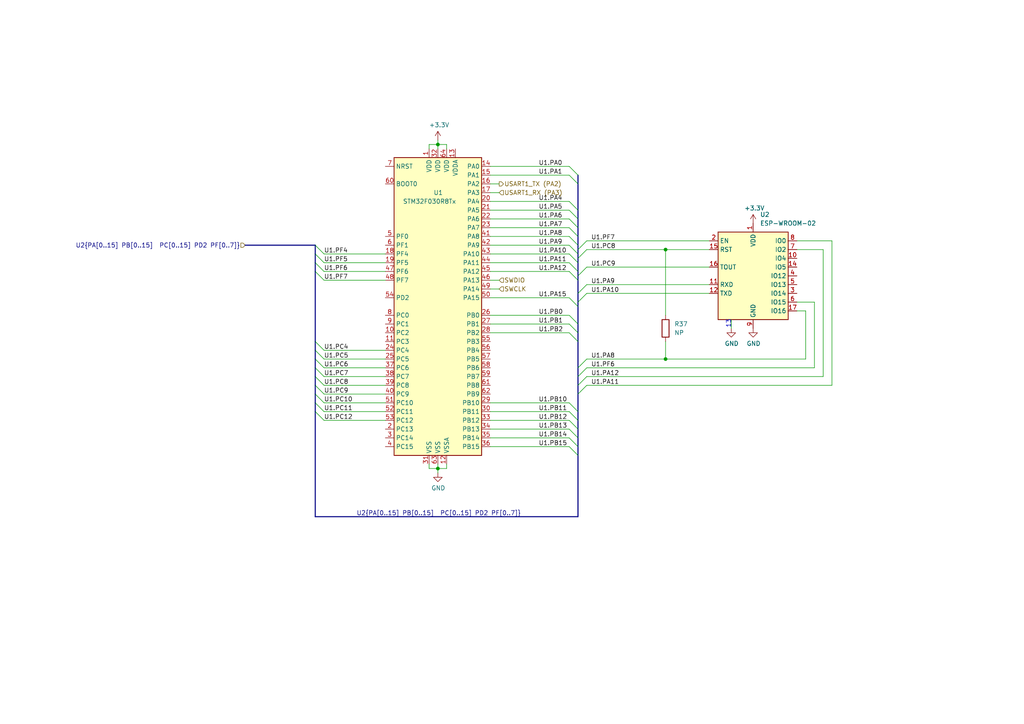
<source format=kicad_sch>
(kicad_sch (version 20211123) (generator eeschema)
  (paper "A4")
  (title_block (title "YardForce SA/SC 10Buttons 12LEDs CoverUI") (date "2023-10-20") (rev "0.1") (comment 1 "(c) Apehaenger") (comment 2 "For https://openmower.de") (comment 3 "RM-ECOW-V1.0.0 2018.06.05 with STM32F030R8T6"))
  (lib_symbols
    (symbol "Device:R" (pin_numbers hide) (pin_names (offset 0))
      (property "Reference" "R" (at 2.032 0 90))
      (property "Value" "R" (at 0 0 90))
      (symbol "R_0_1"
        (rectangle (start -1.016 -2.54) (end 1.016 2.54) (stroke (width 0.254)))
      )
      (symbol "R_1_1"
        (pin passive line (at 0 3.81 270) (length 1.27) (name "~") (number "1"))
        (pin passive line (at 0 -3.81 90) (length 1.27) (name "~") (number "2"))
      )
    )
    (symbol "MCU_ST_STM32F0:STM32F030R8Tx"
      (property "Reference" "U" (at -12.7 44.45 0))
      (property "Value" "STM32F030R8Tx" (at 7.62 44.45 0))
      (symbol "STM32F030R8Tx_0_1"
        (rectangle (start -12.7 -43.18) (end 12.7 43.18) (stroke (width 0.254)) (fill (type background)))
      )
      (symbol "STM32F030R8Tx_1_1"
        (pin power_in line (at -2.54 45.72 270) (length 2.54) (name "VDD") (number "1"))
        (pin bidirectional line (at -15.24 -7.62 0) (length 2.54) (name "PC2") (number "10"))
        (pin bidirectional line (at -15.24 -10.16 0) (length 2.54) (name "PC3") (number "11"))
        (pin power_in line (at 2.54 -45.72 90) (length 2.54) (name "VSSA") (number "12"))
        (pin power_in line (at 5.08 45.72 270) (length 2.54) (name "VDDA") (number "13"))
        (pin bidirectional line (at 15.24 40.64 180) (length 2.54) (name "PA0") (number "14"))
        (pin bidirectional line (at 15.24 38.1 180) (length 2.54) (name "PA1") (number "15"))
        (pin bidirectional line (at 15.24 35.56 180) (length 2.54) (name "PA2") (number "16"))
        (pin bidirectional line (at 15.24 33.02 180) (length 2.54) (name "PA3") (number "17"))
        (pin bidirectional line (at -15.24 15.24 0) (length 2.54) (name "PF4") (number "18"))
        (pin bidirectional line (at -15.24 12.7 0) (length 2.54) (name "PF5") (number "19"))
        (pin bidirectional line (at -15.24 -35.56 0) (length 2.54) (name "PC13") (number "2"))
        (pin bidirectional line (at 15.24 30.48 180) (length 2.54) (name "PA4") (number "20"))
        (pin bidirectional line (at 15.24 27.94 180) (length 2.54) (name "PA5") (number "21"))
        (pin bidirectional line (at 15.24 25.4 180) (length 2.54) (name "PA6") (number "22"))
        (pin bidirectional line (at 15.24 22.86 180) (length 2.54) (name "PA7") (number "23"))
        (pin bidirectional line (at -15.24 -12.7 0) (length 2.54) (name "PC4") (number "24"))
        (pin bidirectional line (at -15.24 -15.24 0) (length 2.54) (name "PC5") (number "25"))
        (pin bidirectional line (at 15.24 -2.54 180) (length 2.54) (name "PB0") (number "26"))
        (pin bidirectional line (at 15.24 -5.08 180) (length 2.54) (name "PB1") (number "27"))
        (pin bidirectional line (at 15.24 -7.62 180) (length 2.54) (name "PB2") (number "28"))
        (pin bidirectional line (at 15.24 -27.94 180) (length 2.54) (name "PB10") (number "29"))
        (pin bidirectional line (at -15.24 -38.1 0) (length 2.54) (name "PC14") (number "3"))
        (pin bidirectional line (at 15.24 -30.48 180) (length 2.54) (name "PB11") (number "30"))
        (pin power_in line (at -2.54 -45.72 90) (length 2.54) (name "VSS") (number "31"))
        (pin power_in line (at 0 45.72 270) (length 2.54) (name "VDD") (number "32"))
        (pin bidirectional line (at 15.24 -33.02 180) (length 2.54) (name "PB12") (number "33"))
        (pin bidirectional line (at 15.24 -35.56 180) (length 2.54) (name "PB13") (number "34"))
        (pin bidirectional line (at 15.24 -38.1 180) (length 2.54) (name "PB14") (number "35"))
        (pin bidirectional line (at 15.24 -40.64 180) (length 2.54) (name "PB15") (number "36"))
        (pin bidirectional line (at -15.24 -17.78 0) (length 2.54) (name "PC6") (number "37"))
        (pin bidirectional line (at -15.24 -20.32 0) (length 2.54) (name "PC7") (number "38"))
        (pin bidirectional line (at -15.24 -22.86 0) (length 2.54) (name "PC8") (number "39"))
        (pin bidirectional line (at -15.24 -40.64 0) (length 2.54) (name "PC15") (number "4"))
        (pin bidirectional line (at -15.24 -25.4 0) (length 2.54) (name "PC9") (number "40"))
        (pin bidirectional line (at 15.24 20.32 180) (length 2.54) (name "PA8") (number "41"))
        (pin bidirectional line (at 15.24 17.78 180) (length 2.54) (name "PA9") (number "42"))
        (pin bidirectional line (at 15.24 15.24 180) (length 2.54) (name "PA10") (number "43"))
        (pin bidirectional line (at 15.24 12.7 180) (length 2.54) (name "PA11") (number "44"))
        (pin bidirectional line (at 15.24 10.16 180) (length 2.54) (name "PA12") (number "45"))
        (pin bidirectional line (at 15.24 7.62 180) (length 2.54) (name "PA13") (number "46"))
        (pin bidirectional line (at -15.24 10.16 0) (length 2.54) (name "PF6") (number "47"))
        (pin bidirectional line (at -15.24 7.62 0) (length 2.54) (name "PF7") (number "48"))
        (pin bidirectional line (at 15.24 5.08 180) (length 2.54) (name "PA14") (number "49"))
        (pin input line (at -15.24 20.32 0) (length 2.54) (name "PF0") (number "5"))
        (pin bidirectional line (at 15.24 2.54 180) (length 2.54) (name "PA15") (number "50"))
        (pin bidirectional line (at -15.24 -27.94 0) (length 2.54) (name "PC10") (number "51"))
        (pin bidirectional line (at -15.24 -30.48 0) (length 2.54) (name "PC11") (number "52"))
        (pin bidirectional line (at -15.24 -33.02 0) (length 2.54) (name "PC12") (number "53"))
        (pin bidirectional line (at -15.24 2.54 0) (length 2.54) (name "PD2") (number "54"))
        (pin bidirectional line (at 15.24 -10.16 180) (length 2.54) (name "PB3") (number "55"))
        (pin bidirectional line (at 15.24 -12.7 180) (length 2.54) (name "PB4") (number "56"))
        (pin bidirectional line (at 15.24 -15.24 180) (length 2.54) (name "PB5") (number "57"))
        (pin bidirectional line (at 15.24 -17.78 180) (length 2.54) (name "PB6") (number "58"))
        (pin bidirectional line (at 15.24 -20.32 180) (length 2.54) (name "PB7") (number "59"))
        (pin input line (at -15.24 17.78 0) (length 2.54) (name "PF1") (number "6"))
        (pin input line (at -15.24 35.56 0) (length 2.54) (name "BOOT0") (number "60"))
        (pin bidirectional line (at 15.24 -22.86 180) (length 2.54) (name "PB8") (number "61"))
        (pin bidirectional line (at 15.24 -25.4 180) (length 2.54) (name "PB9") (number "62"))
        (pin power_in line (at 0 -45.72 90) (length 2.54) (name "VSS") (number "63"))
        (pin power_in line (at 2.54 45.72 270) (length 2.54) (name "VDD") (number "64"))
        (pin input line (at -15.24 40.64 0) (length 2.54) (name "NRST") (number "7"))
        (pin bidirectional line (at -15.24 -2.54 0) (length 2.54) (name "PC0") (number "8"))
        (pin bidirectional line (at -15.24 -5.08 0) (length 2.54) (name "PC1") (number "9"))
      )
    )
    (symbol "RF_Module:ESP-WROOM-02"
      (property "Reference" "U" (at -7.62 13.97 0))
      (property "Value" "ESP-WROOM-02" (at 10.16 13.97 0))
      (symbol "ESP-WROOM-02_0_1"
        (rectangle (start 10.16 12.7) (end -10.16 -12.7) (stroke (width 0.254)) (fill (type background)))
      )
      (symbol "ESP-WROOM-02_1_1"
        (pin power_in line (at 0 15.24 270) (length 2.54) (name "VDD") (number "1"))
        (pin bidirectional line (at 12.7 5.08 180) (length 2.54) (name "IO4") (number "10"))
        (pin bidirectional line (at -12.7 -2.54 0) (length 2.54) (name "RXD") (number "11"))
        (pin bidirectional line (at -12.7 -5.08 0) (length 2.54) (name "TXD") (number "12"))
        (pin passive line (at 0 -15.24 90) (length 2.54) hide (name "GND") (number "13"))
        (pin bidirectional line (at 12.7 2.54 180) (length 2.54) (name "IO5") (number "14"))
        (pin input line (at -12.7 7.62 0) (length 2.54) (name "RST") (number "15"))
        (pin input line (at -12.7 2.54 0) (length 2.54) (name "TOUT") (number "16"))
        (pin bidirectional line (at 12.7 -10.16 180) (length 2.54) (name "IO16") (number "17"))
        (pin passive line (at 0 -15.24 90) (length 2.54) hide (name "GND") (number "18"))
        (pin passive line (at 0 -15.24 90) (length 2.54) hide (name "GND") (number "19"))
        (pin input line (at -12.7 10.16 0) (length 2.54) (name "EN") (number "2"))
        (pin bidirectional line (at 12.7 -5.08 180) (length 2.54) (name "IO14") (number "3"))
        (pin bidirectional line (at 12.7 0 180) (length 2.54) (name "IO12") (number "4"))
        (pin bidirectional line (at 12.7 -2.54 180) (length 2.54) (name "IO13") (number "5"))
        (pin bidirectional line (at 12.7 -7.62 180) (length 2.54) (name "IO15") (number "6"))
        (pin bidirectional line (at 12.7 7.62 180) (length 2.54) (name "IO2") (number "7"))
        (pin bidirectional line (at 12.7 10.16 180) (length 2.54) (name "IO0") (number "8"))
        (pin power_in line (at 0 -15.24 90) (length 2.54) (name "GND") (number "9"))
      )
    )
    (symbol "power:+3.3V" (power) (pin_names (offset 0))
      (property "Value" "+3.3V" (at 0 3.556 0))
      (symbol "+3.3V_0_1"
        (polyline (pts (xy -0.762 1.27) (xy 0 2.54)))
        (polyline (pts (xy 0 0) (xy 0 2.54)))
        (polyline (pts (xy 0 2.54) (xy 0.762 1.27)))
      )
      (symbol "+3.3V_1_1"
        (pin power_in line (at 0 0 90) (length 0) hide (name "+3.3V") (number "1"))
      )
    )
    (symbol "power:GND" (power) (pin_names (offset 0))
      (property "Value" "GND" (at 0 -3.81 0))
      (symbol "GND_0_1"
        (polyline (pts (xy 0 0) (xy 0 -1.27) (xy 1.27 -1.27) (xy 0 -2.54) (xy -1.27 -1.27) (xy 0 -1.27)))
      )
      (symbol "GND_1_1"
        (pin power_in line (at 0 0 270) (length 0) hide (name "GND") (number "1"))
      )
    )
  )
  (junction (at 127 135.89))
  (junction (at 193.04 104.14))
  (junction (at 127 41.91))
  (junction (at 193.04 72.39))
  (bus_entry (at 167.64 119.38) (size -2.54 -2.54))
  (bus_entry (at 167.64 74.93) (size 2.54 -2.54))
  (bus_entry (at 167.64 99.06) (size -2.54 -2.54))
  (bus_entry (at 91.44 109.22) (size 2.54 2.54))
  (bus_entry (at 167.64 63.5) (size -2.54 -2.54))
  (bus_entry (at 91.44 73.66) (size 2.54 2.54))
  (bus_entry (at 91.44 114.3) (size 2.54 2.54))
  (bus_entry (at 91.44 76.2) (size 2.54 2.54))
  (bus_entry (at 167.64 132.08) (size -2.54 -2.54))
  (bus_entry (at 167.64 53.34) (size -2.54 -2.54))
  (bus_entry (at 167.64 121.92) (size -2.54 -2.54))
  (bus_entry (at 91.44 119.38) (size 2.54 2.54))
  (bus_entry (at 91.44 111.76) (size 2.54 2.54))
  (bus_entry (at 167.64 111.76) (size 2.54 -2.54))
  (bus_entry (at 167.64 68.58) (size -2.54 -2.54))
  (bus_entry (at 167.64 87.63) (size 2.54 -2.54))
  (bus_entry (at 167.64 60.96) (size -2.54 -2.54))
  (bus_entry (at 167.64 114.3) (size 2.54 -2.54))
  (bus_entry (at 167.64 124.46) (size -2.54 -2.54))
  (bus_entry (at 167.64 50.8) (size -2.54 -2.54))
  (bus_entry (at 167.64 66.04) (size -2.54 -2.54))
  (bus_entry (at 167.64 72.39) (size 2.54 -2.54))
  (bus_entry (at 167.64 71.12) (size -2.54 -2.54))
  (bus_entry (at 91.44 101.6) (size 2.54 2.54))
  (bus_entry (at 167.64 109.22) (size 2.54 -2.54))
  (bus_entry (at 167.64 73.66) (size -2.54 -2.54))
  (bus_entry (at 91.44 71.12) (size 2.54 2.54))
  (bus_entry (at 91.44 104.14) (size 2.54 2.54))
  (bus_entry (at 165.1 78.74) (size 2.54 2.54))
  (bus_entry (at 165.1 86.36) (size 2.54 2.54))
  (bus_entry (at 167.64 85.09) (size 2.54 -2.54))
  (bus_entry (at 167.64 127) (size -2.54 -2.54))
  (bus_entry (at 91.44 106.68) (size 2.54 2.54))
  (bus_entry (at 167.64 93.98) (size -2.54 -2.54))
  (bus_entry (at 91.44 116.84) (size 2.54 2.54))
  (bus_entry (at 167.64 96.52) (size -2.54 -2.54))
  (bus_entry (at 91.44 99.06) (size 2.54 2.54))
  (bus_entry (at 167.64 78.74) (size -2.54 -2.54))
  (bus_entry (at 167.64 76.2) (size -2.54 -2.54))
  (bus_entry (at 167.64 129.54) (size -2.54 -2.54))
  (bus_entry (at 167.64 106.68) (size 2.54 -2.54))
  (bus_entry (at 91.44 78.74) (size 2.54 2.54))
  (bus_entry (at 167.64 80.01) (size 2.54 -2.54))
  (wire (pts (xy 142.24 81.28) (xy 144.78 81.28)))
  (bus (pts (xy 167.64 93.98) (xy 167.64 96.52)))
  (wire (pts (xy 93.98 111.76) (xy 111.76 111.76)))
  (wire (pts (xy 93.98 78.74) (xy 111.76 78.74)))
  (wire (pts (xy 142.24 121.92) (xy 165.1 121.92)))
  (wire (pts (xy 93.98 109.22) (xy 111.76 109.22)))
  (bus (pts (xy 167.64 74.93) (xy 167.64 76.2)))
  (bus (pts (xy 167.64 121.92) (xy 167.64 124.46)))
  (bus (pts (xy 167.64 50.8) (xy 167.64 53.34)))
  (wire (pts (xy 129.54 41.91) (xy 127 41.91)))
  (bus (pts (xy 167.64 124.46) (xy 167.64 127)))
  (bus (pts (xy 91.44 119.38) (xy 91.44 149.86)))
  (wire (pts (xy 142.24 60.96) (xy 165.1 60.96)))
  (bus (pts (xy 91.44 116.84) (xy 91.44 119.38)))
  (wire (pts (xy 129.54 134.62) (xy 129.54 135.89)))
  (wire (pts (xy 142.24 50.8) (xy 165.1 50.8)))
  (wire (pts (xy 142.24 78.74) (xy 165.1 78.74)))
  (bus (pts (xy 167.64 80.01) (xy 167.64 81.28)))
  (wire (pts (xy 170.18 77.47) (xy 205.74 77.47)))
  (wire (pts (xy 142.24 93.98) (xy 165.1 93.98)))
  (wire (pts (xy 93.98 104.14) (xy 111.76 104.14)))
  (bus (pts (xy 167.64 149.86) (xy 91.44 149.86)))
  (bus (pts (xy 167.64 76.2) (xy 167.64 78.74)))
  (bus (pts (xy 167.64 88.9) (xy 167.64 93.98)))
  (bus (pts (xy 71.12 71.12) (xy 91.44 71.12)))
  (bus (pts (xy 167.64 66.04) (xy 167.64 68.58)))
  (bus (pts (xy 91.44 104.14) (xy 91.44 106.68)))
  (wire (pts (xy 124.46 41.91) (xy 127 41.91)))
  (wire (pts (xy 142.24 66.04) (xy 165.1 66.04)))
  (wire (pts (xy 241.3 69.85) (xy 241.3 111.76)))
  (wire (pts (xy 170.18 109.22) (xy 238.76 109.22)))
  (bus (pts (xy 167.64 109.22) (xy 167.64 111.76)))
  (wire (pts (xy 93.98 121.92) (xy 111.76 121.92)))
  (wire (pts (xy 170.18 106.68) (xy 236.22 106.68)))
  (bus (pts (xy 91.44 114.3) (xy 91.44 116.84)))
  (wire (pts (xy 142.24 119.38) (xy 165.1 119.38)))
  (wire (pts (xy 142.24 76.2) (xy 165.1 76.2)))
  (wire (pts (xy 170.18 85.09) (xy 205.74 85.09)))
  (wire (pts (xy 93.98 101.6) (xy 111.76 101.6)))
  (wire (pts (xy 233.68 90.17) (xy 233.68 104.14)))
  (wire (pts (xy 231.14 87.63) (xy 236.22 87.63)))
  (wire (pts (xy 127 135.89) (xy 127 137.16)))
  (bus (pts (xy 167.64 129.54) (xy 167.64 132.08)))
  (bus (pts (xy 167.64 60.96) (xy 167.64 63.5)))
  (bus (pts (xy 167.64 114.3) (xy 167.64 119.38)))
  (wire (pts (xy 142.24 63.5) (xy 165.1 63.5)))
  (wire (pts (xy 129.54 43.18) (xy 129.54 41.91)))
  (wire (pts (xy 193.04 99.06) (xy 193.04 104.14)))
  (wire (pts (xy 127 41.91) (xy 127 40.64)))
  (wire (pts (xy 142.24 83.82) (xy 144.78 83.82)))
  (wire (pts (xy 170.18 69.85) (xy 205.74 69.85)))
  (wire (pts (xy 124.46 135.89) (xy 127 135.89)))
  (bus (pts (xy 167.64 73.66) (xy 167.64 74.93)))
  (wire (pts (xy 236.22 87.63) (xy 236.22 106.68)))
  (wire (pts (xy 142.24 53.34) (xy 144.78 53.34)))
  (wire (pts (xy 93.98 116.84) (xy 111.76 116.84)))
  (bus (pts (xy 91.44 111.76) (xy 91.44 114.3)))
  (bus (pts (xy 167.64 68.58) (xy 167.64 71.12)))
  (bus (pts (xy 167.64 111.76) (xy 167.64 114.3)))
  (wire (pts (xy 193.04 72.39) (xy 205.74 72.39)))
  (wire (pts (xy 93.98 114.3) (xy 111.76 114.3)))
  (bus (pts (xy 167.64 63.5) (xy 167.64 66.04)))
  (bus (pts (xy 91.44 99.06) (xy 91.44 101.6)))
  (bus (pts (xy 91.44 109.22) (xy 91.44 111.76)))
  (bus (pts (xy 91.44 73.66) (xy 91.44 76.2)))
  (wire (pts (xy 142.24 127) (xy 165.1 127)))
  (wire (pts (xy 142.24 116.84) (xy 165.1 116.84)))
  (bus (pts (xy 91.44 101.6) (xy 91.44 104.14)))
  (bus (pts (xy 167.64 96.52) (xy 167.64 99.06)))
  (wire (pts (xy 129.54 135.89) (xy 127 135.89)))
  (bus (pts (xy 167.64 78.74) (xy 167.64 80.01)))
  (wire (pts (xy 93.98 106.68) (xy 111.76 106.68)))
  (wire (pts (xy 142.24 58.42) (xy 165.1 58.42)))
  (wire (pts (xy 170.18 111.76) (xy 241.3 111.76)))
  (bus (pts (xy 167.64 132.08) (xy 167.64 149.86)))
  (wire (pts (xy 231.14 72.39) (xy 238.76 72.39)))
  (wire (pts (xy 170.18 104.14) (xy 193.04 104.14)))
  (wire (pts (xy 142.24 48.26) (xy 165.1 48.26)))
  (wire (pts (xy 212.09 92.71) (xy 212.09 95.25)))
  (wire (pts (xy 170.18 82.55) (xy 205.74 82.55)))
  (wire (pts (xy 142.24 86.36) (xy 165.1 86.36)))
  (wire (pts (xy 142.24 73.66) (xy 165.1 73.66)))
  (wire (pts (xy 142.24 96.52) (xy 165.1 96.52)))
  (wire (pts (xy 127 134.62) (xy 127 135.89)))
  (wire (pts (xy 193.04 104.14) (xy 233.68 104.14)))
  (wire (pts (xy 193.04 72.39) (xy 193.04 91.44)))
  (wire (pts (xy 142.24 124.46) (xy 165.1 124.46)))
  (bus (pts (xy 167.64 106.68) (xy 167.64 109.22)))
  (wire (pts (xy 93.98 119.38) (xy 111.76 119.38)))
  (bus (pts (xy 91.44 76.2) (xy 91.44 78.74)))
  (bus (pts (xy 167.64 53.34) (xy 167.64 60.96)))
  (bus (pts (xy 167.64 99.06) (xy 167.64 106.68)))
  (wire (pts (xy 93.98 81.28) (xy 111.76 81.28)))
  (wire (pts (xy 124.46 43.18) (xy 124.46 41.91)))
  (wire (pts (xy 142.24 55.88) (xy 144.78 55.88)))
  (wire (pts (xy 231.14 69.85) (xy 241.3 69.85)))
  (bus (pts (xy 167.64 71.12) (xy 167.64 72.39)))
  (bus (pts (xy 167.64 85.09) (xy 167.64 87.63)))
  (bus (pts (xy 167.64 127) (xy 167.64 129.54)))
  (wire (pts (xy 170.18 72.39) (xy 193.04 72.39)))
  (wire (pts (xy 142.24 68.58) (xy 165.1 68.58)))
  (bus (pts (xy 167.64 119.38) (xy 167.64 121.92)))
  (bus (pts (xy 167.64 81.28) (xy 167.64 85.09)))
  (bus (pts (xy 167.64 87.63) (xy 167.64 88.9)))
  (wire (pts (xy 238.76 72.39) (xy 238.76 109.22)))
  (bus (pts (xy 91.44 106.68) (xy 91.44 109.22)))
  (wire (pts (xy 231.14 90.17) (xy 233.68 90.17)))
  (wire (pts (xy 127 41.91) (xy 127 43.18)))
  (wire (pts (xy 93.98 76.2) (xy 111.76 76.2)))
  (wire (pts (xy 142.24 71.12) (xy 165.1 71.12)))
  (wire (pts (xy 142.24 91.44) (xy 165.1 91.44)))
  (bus (pts (xy 167.64 72.39) (xy 167.64 73.66)))
  (wire (pts (xy 142.24 129.54) (xy 165.1 129.54)))
  (bus (pts (xy 91.44 71.12) (xy 91.44 73.66)))
  (wire (pts (xy 124.46 134.62) (xy 124.46 135.89)))
  (bus (pts (xy 91.44 78.74) (xy 91.44 99.06)))
  (wire (pts (xy 93.98 73.66) (xy 111.76 73.66)))
  (text "13" (at 212.09 95.25 90) (effects (font (size 1.27 1.27)) (justify left bottom)))
  (label "U1.PA8" (at 171.45 104.14 0))
  (label "U1.PB0" (at 156.21 91.44 0))
  (label "U1.PA12" (at 171.45 109.22 0))
  (label "U1.PA5" (at 156.21 60.96 0))
  (label "U1.PA7" (at 156.21 66.04 0))
  (label "U1.PC9" (at 93.98 114.3 0))
  (label "U1.PA10" (at 171.45 85.09 0))
  (label "U1.PC7" (at 93.98 109.22 0))
  (label "U1.PA0" (at 156.21 48.26 0))
  (label "U1.PC10" (at 93.98 116.84 0))
  (label "U1.PC8" (at 171.45 72.39 0))
  (label "U2{PA[0..15] PB[0..15]  PC[0..15] PD2 PF[0..7]}" (at 151.13 149.86 180))
  (label "U1.PB15" (at 156.21 129.54 0))
  (label "U1.PA9" (at 156.21 71.12 0))
  (label "U1.PB11" (at 156.21 119.38 0))
  (label "U1.PA6" (at 156.21 63.5 0))
  (label "U1.PF4" (at 93.98 73.66 0))
  (label "U1.PC4" (at 93.98 101.6 0))
  (label "U1.PA9" (at 171.45 82.55 0))
  (label "U1.PA15" (at 156.21 86.36 0))
  (label "U1.PB1" (at 156.21 93.98 0))
  (label "U1.PC11" (at 93.98 119.38 0))
  (label "U1.PF7" (at 93.98 81.28 0))
  (label "U1.PA4" (at 156.21 58.42 0))
  (label "U1.PF5" (at 93.98 76.2 0))
  (label "U1.PF7" (at 171.45 69.85 0))
  (label "U1.PC6" (at 93.98 106.68 0))
  (label "U1.PA8" (at 156.21 68.58 0))
  (label "U1.PA11" (at 156.21 76.2 0))
  (label "U1.PF6" (at 93.98 78.74 0))
  (label "U1.PA11" (at 171.45 111.76 0))
  (label "U1.PC5" (at 93.98 104.14 0))
  (label "U1.PF6" (at 171.45 106.68 0))
  (label "U1.PB14" (at 156.21 127 0))
  (label "U1.PB12" (at 156.21 121.92 0))
  (label "U1.PA12" (at 156.21 78.74 0))
  (label "U1.PA1" (at 156.21 50.8 0))
  (label "U1.PA10" (at 156.21 73.66 0))
  (label "U1.PB2" (at 156.21 96.52 0))
  (label "U1.PB13" (at 156.21 124.46 0))
  (label "U1.PC9" (at 171.45 77.47 0))
  (label "U1.PC8" (at 93.98 111.76 0))
  (label "U1.PC12" (at 93.98 121.92 0))
  (label "U1.PB10" (at 156.21 116.84 0))
  (hierarchical_label "SWCLK" (shape input) (at 144.78 83.82 0))
  (hierarchical_label "USART1_TX (PA2)" (shape output) (at 144.78 53.34 0))
  (hierarchical_label "U2{PA[0..15] PB[0..15]  PC[0..15] PD2 PF[0..7]}" (shape input) (at 71.12 71.12 180))
  (hierarchical_label "SWDIO" (shape input) (at 144.78 81.28 0))
  (hierarchical_label "USART1_RX (PA3)" (shape input) (at 144.78 55.88 0))
  (symbol (lib_id "RF_Module:ESP-WROOM-02") (at 218.44 80.01 0) (unit 1)
    (property "Reference" "U2" (at 220.4594 62.23 0) (effects (justify left)))
    (property "Value" "ESP-WROOM-02" (at 220.4594 64.77 0) (effects (justify left)))
    (property "Footprint" "RF_Module:ESP-WROOM-02" (effects hide))
    (property "Datasheet" "https://www.espressif.com/sites/default/files/documentation/0c-esp-wroom-02_datasheet_en.pdf" (effects hide))
  )
  (symbol (lib_id "power:GND") (at 218.44 95.25 0) (unit 1)
    (property "Reference" "#PWR?" (effects hide))
    (property "Value" "GND" (at 218.567 99.6442 0))
  )
  (symbol (lib_id "power:GND") (at 212.09 95.25 0) (unit 1)
    (property "Reference" "#PWR?" (effects hide))
    (property "Value" "GND" (at 212.217 99.6442 0))
  )
  (symbol (lib_id "Device:R") (at 193.04 95.25 0) (unit 1)
    (property "Reference" "R37" (at 195.58 93.9799 0) (effects (justify left)))
    (property "Value" "NP" (at 195.58 96.5199 0) (effects (justify left)))
  )
  (symbol (lib_id "power:+3.3V") (at 127 40.64 0) (unit 1)
    (property "Reference" "#PWR?" (effects hide))
    (property "Value" "+3.3V" (at 127.381 36.2458 0))
  )
  (symbol (lib_id "power:GND") (at 127 137.16 0) (unit 1)
    (property "Reference" "#PWR?" (effects hide))
    (property "Value" "GND" (at 127.127 141.5542 0))
  )
  (symbol (lib_id "MCU_ST_STM32F0:STM32F030R8Tx") (at 127 88.9 0) (unit 1)
    (property "Reference" "U1" (at 125.73 55.88 0) (effects (justify left)))
    (property "Value" "STM32F030R8Tx" (at 116.84 58.42 0) (effects (justify left)))
    (property "Footprint" "Package_QFP:LQFP-64_10x10mm_P0.5mm" (effects hide))
    (property "Datasheet" "http://www.st.com/st-web-ui/static/active/en/resource/technical/document/datasheet/DM00088500.pdf" (effects hide))
  )
  (symbol (lib_id "power:+3.3V") (at 218.44 64.77 0) (unit 1)
    (property "Reference" "#PWR?" (effects hide))
    (property "Value" "+3.3V" (at 218.821 60.3758 0))
  )
)
</source>
